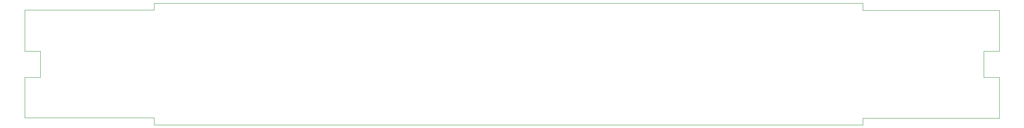
<source format=gbr>
%TF.GenerationSoftware,KiCad,Pcbnew,(6.0.1-0)*%
%TF.CreationDate,2022-03-26T13:21:43+01:00*%
%TF.ProjectId,Blokkendoos_binnenverlichting,426c6f6b-6b65-46e6-946f-6f735f62696e,rev?*%
%TF.SameCoordinates,Original*%
%TF.FileFunction,Profile,NP*%
%FSLAX46Y46*%
G04 Gerber Fmt 4.6, Leading zero omitted, Abs format (unit mm)*
G04 Created by KiCad (PCBNEW (6.0.1-0)) date 2022-03-26 13:21:43*
%MOMM*%
%LPD*%
G01*
G04 APERTURE LIST*
%TA.AperFunction,Profile*%
%ADD10C,0.100000*%
%TD*%
G04 APERTURE END LIST*
D10*
X76454450Y-139954000D02*
X226822000Y-139954000D01*
X49022000Y-124206000D02*
X48989100Y-115430000D01*
X76453550Y-138430000D02*
X76454450Y-139954000D01*
X255810000Y-138500000D02*
X226822000Y-138500000D01*
X255810000Y-115500000D02*
X226822000Y-115500000D01*
X49022000Y-129794000D02*
X48989100Y-138430000D01*
X76454450Y-113954000D02*
X76453550Y-115430000D01*
X255778000Y-129794000D02*
X255810000Y-138500000D01*
X252476000Y-129794000D02*
X255778000Y-129794000D01*
X49022000Y-124206000D02*
X52324000Y-124206000D01*
X76453550Y-115430000D02*
X48989100Y-115430000D01*
X226822000Y-138500000D02*
X226822000Y-139954000D01*
X226822000Y-115500000D02*
X226822000Y-113954000D01*
X255778000Y-124206000D02*
X252476000Y-124206000D01*
X252476000Y-124206000D02*
X252476000Y-129794000D01*
X52324000Y-129794000D02*
X49022000Y-129794000D01*
X52324000Y-124206000D02*
X52324000Y-129794000D01*
X255810000Y-115500000D02*
X255778000Y-124206000D01*
X226822000Y-113954000D02*
X76454450Y-113954000D01*
X76453550Y-138430000D02*
X48989100Y-138430000D01*
M02*

</source>
